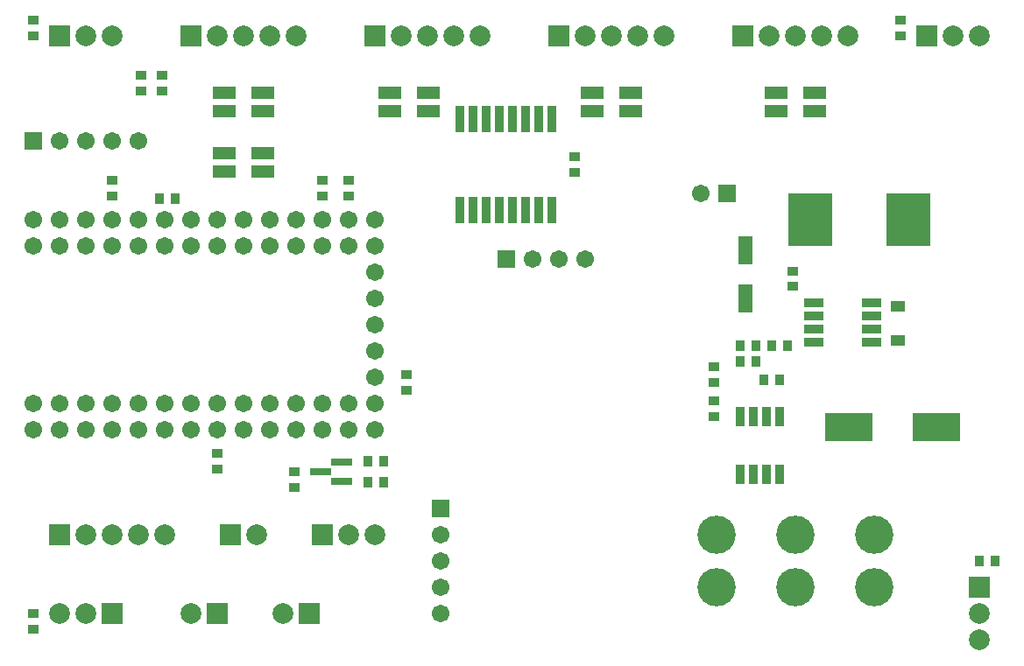
<source format=gts>
G04*
G04 #@! TF.GenerationSoftware,Altium Limited,Altium Designer,18.0.7 (293)*
G04*
G04 Layer_Color=8388736*
%FSLAX25Y25*%
%MOIN*%
G70*
G01*
G75*
%ADD31R,0.16942X0.20288*%
%ADD32R,0.04343X0.03556*%
%ADD33R,0.03556X0.04343*%
%ADD34R,0.03359X0.07690*%
%ADD35R,0.18123X0.10642*%
%ADD36R,0.07887X0.03162*%
%ADD37R,0.03556X0.10249*%
%ADD38R,0.05524X0.10642*%
%ADD39R,0.07690X0.03359*%
%ADD40R,0.05600X0.04400*%
%ADD41R,0.08674X0.04737*%
%ADD42R,0.07887X0.07887*%
%ADD43C,0.07887*%
%ADD44R,0.06706X0.06706*%
%ADD45C,0.06706*%
%ADD46C,0.14580*%
%ADD47R,0.07887X0.07887*%
%ADD48R,0.06706X0.06706*%
D31*
X343000Y170079D02*
D03*
X305598D02*
D03*
D32*
X10000Y19984D02*
D03*
Y14079D02*
D03*
X80000Y81079D02*
D03*
Y75173D02*
D03*
X152000Y105126D02*
D03*
Y111031D02*
D03*
X59000Y225031D02*
D03*
Y219126D02*
D03*
X51000Y225031D02*
D03*
Y219126D02*
D03*
X130000Y185031D02*
D03*
Y179126D02*
D03*
X120000Y185031D02*
D03*
Y179126D02*
D03*
X340000Y246031D02*
D03*
Y240126D02*
D03*
X109400Y68173D02*
D03*
Y74079D02*
D03*
X216000Y188126D02*
D03*
Y194032D02*
D03*
X40000Y179079D02*
D03*
Y184984D02*
D03*
X10000Y240126D02*
D03*
Y246031D02*
D03*
X299000Y150531D02*
D03*
Y144626D02*
D03*
X269000Y95126D02*
D03*
Y101031D02*
D03*
X269000Y114032D02*
D03*
Y108126D02*
D03*
D33*
X58047Y178079D02*
D03*
X63953D02*
D03*
X143306Y70079D02*
D03*
X137400D02*
D03*
X143306Y78079D02*
D03*
X137400D02*
D03*
X370047Y40079D02*
D03*
X375953D02*
D03*
X279047Y122079D02*
D03*
X284953D02*
D03*
X296953Y122079D02*
D03*
X291047D02*
D03*
X288047Y109079D02*
D03*
X293953D02*
D03*
X284953Y116079D02*
D03*
X279047D02*
D03*
D34*
X294000Y95079D02*
D03*
X289000D02*
D03*
X284000D02*
D03*
X279000D02*
D03*
X294000Y73032D02*
D03*
X289000D02*
D03*
X284000D02*
D03*
X279000D02*
D03*
D35*
X320465Y91079D02*
D03*
X353535D02*
D03*
D36*
X119463Y74079D02*
D03*
X127337Y77819D02*
D03*
Y70339D02*
D03*
D37*
X207500Y208402D02*
D03*
X202500D02*
D03*
X197500D02*
D03*
X192500D02*
D03*
X187500D02*
D03*
X182500D02*
D03*
X177500D02*
D03*
X172500D02*
D03*
X207500Y173756D02*
D03*
X202500D02*
D03*
X197500D02*
D03*
X192500D02*
D03*
X187500D02*
D03*
X182500D02*
D03*
X177500D02*
D03*
X172500D02*
D03*
D38*
X281000Y140075D02*
D03*
Y158579D02*
D03*
D39*
X306953Y138579D02*
D03*
Y133579D02*
D03*
Y128579D02*
D03*
Y123579D02*
D03*
X329000Y138579D02*
D03*
Y133579D02*
D03*
Y128579D02*
D03*
Y123579D02*
D03*
D40*
X339000Y124129D02*
D03*
Y137029D02*
D03*
D41*
X307343Y211575D02*
D03*
Y218583D02*
D03*
X292657D02*
D03*
Y211575D02*
D03*
X237343D02*
D03*
Y218583D02*
D03*
X222657D02*
D03*
Y211575D02*
D03*
X160343D02*
D03*
Y218583D02*
D03*
X145658D02*
D03*
Y211575D02*
D03*
X97342D02*
D03*
Y218583D02*
D03*
X82657D02*
D03*
Y211575D02*
D03*
X97342Y188575D02*
D03*
Y195583D02*
D03*
X82657D02*
D03*
Y188575D02*
D03*
D42*
X20000Y50079D02*
D03*
X115000Y20079D02*
D03*
X120000Y50079D02*
D03*
X40000Y20079D02*
D03*
X350000Y240079D02*
D03*
X20000D02*
D03*
X80000Y20079D02*
D03*
X70000Y240079D02*
D03*
X85000Y50079D02*
D03*
X140000Y240079D02*
D03*
X210000D02*
D03*
X280000D02*
D03*
D43*
X40000Y50079D02*
D03*
X50000D02*
D03*
X30000D02*
D03*
X60000D02*
D03*
X105000Y20079D02*
D03*
X130000Y50079D02*
D03*
X140000D02*
D03*
X20000Y20079D02*
D03*
X30000D02*
D03*
X370000Y10079D02*
D03*
Y20079D02*
D03*
Y240079D02*
D03*
X360000D02*
D03*
X40000D02*
D03*
X30000D02*
D03*
X70000Y20079D02*
D03*
X110000Y240079D02*
D03*
X80000D02*
D03*
X100000D02*
D03*
X90000D02*
D03*
X95000Y50079D02*
D03*
X180000Y240079D02*
D03*
X150000D02*
D03*
X170000D02*
D03*
X160000D02*
D03*
X250000D02*
D03*
X220000D02*
D03*
X240000D02*
D03*
X230000D02*
D03*
X320000D02*
D03*
X290000D02*
D03*
X310000D02*
D03*
X300000D02*
D03*
D44*
X165000Y60079D02*
D03*
D45*
Y50079D02*
D03*
Y40079D02*
D03*
Y30079D02*
D03*
Y20079D02*
D03*
X264000Y180079D02*
D03*
X10000Y170079D02*
D03*
X140000D02*
D03*
X130000D02*
D03*
X120000D02*
D03*
X110000D02*
D03*
X100000D02*
D03*
X90000D02*
D03*
X80000D02*
D03*
X70000D02*
D03*
X60000D02*
D03*
X50000D02*
D03*
X40000D02*
D03*
X30000D02*
D03*
X20000D02*
D03*
Y90079D02*
D03*
X30000D02*
D03*
X40000D02*
D03*
X70000D02*
D03*
X80000D02*
D03*
X90000D02*
D03*
X100000D02*
D03*
X110000D02*
D03*
X120000D02*
D03*
X130000D02*
D03*
X140000D02*
D03*
X50000D02*
D03*
X60000D02*
D03*
Y100079D02*
D03*
X50000D02*
D03*
X10000Y160079D02*
D03*
X20000D02*
D03*
X30000D02*
D03*
X40000D02*
D03*
X50000D02*
D03*
X60000D02*
D03*
X70000D02*
D03*
X80000D02*
D03*
X90000D02*
D03*
X100000D02*
D03*
X110000D02*
D03*
X120000D02*
D03*
X130000D02*
D03*
X140000D02*
D03*
Y150079D02*
D03*
Y140079D02*
D03*
Y130079D02*
D03*
Y120079D02*
D03*
Y110079D02*
D03*
Y100079D02*
D03*
X130000D02*
D03*
X120000D02*
D03*
X110000D02*
D03*
X100000D02*
D03*
X90000D02*
D03*
X80000D02*
D03*
X70000D02*
D03*
X40000D02*
D03*
X30000D02*
D03*
X20000D02*
D03*
X10000D02*
D03*
Y90079D02*
D03*
X220000Y155079D02*
D03*
X210000D02*
D03*
X200000D02*
D03*
X50000Y200079D02*
D03*
X40000D02*
D03*
X30000D02*
D03*
X20000D02*
D03*
D46*
X330000Y50079D02*
D03*
Y30079D02*
D03*
X270000D02*
D03*
Y50079D02*
D03*
X300000Y30079D02*
D03*
Y50079D02*
D03*
D47*
X370000Y30079D02*
D03*
D48*
X274000Y180079D02*
D03*
X190000Y155079D02*
D03*
X10000Y200079D02*
D03*
M02*

</source>
